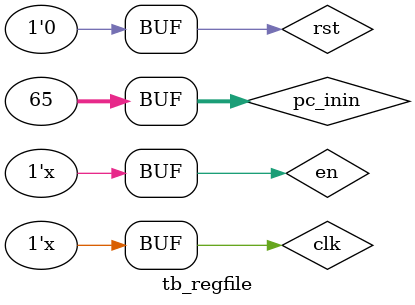
<source format=v>
`timescale 1ns / 1ps


module tb_regfile();
    
    reg         clk, rst, en;
    reg[31:0]   pc_inin;
    wire[31:0]  pc_out, pc_in;
    
    regfile     REGFILE
    (
        .clk(clk),
        .rst(rst),
        .en(en),
        .data_in(pc_out),
        .data_out(pc_in)
    );
    
    program_counter PCTESTCOBA //Program Counter
    (
        .clk(clk),
        .rst(rst),
        .pc_in(pc_inin),
        .pc_out(pc_out)
    );
    
    initial
    begin
       clk = 1'd0;
       rst = 1'd1;
       en = 1'd0;
       pc_inin = 32'd0;
      
    end
    
    
    always
        #2 clk = !clk;
    
    always
        #10 en = !en;
    
    initial
    begin
        #5 pc_inin = 32'd5;
        #5 rst = 1'd0;
        #5 pc_inin = 32'd15;
        #5 pc_inin = 32'd25;
        #5 pc_inin = 32'd35;
        #5 pc_inin = 32'd45;
        #5 pc_inin = 32'd55;
        #5 pc_inin = 32'd65;
        #5 pc_inin = 32'd15;
        #5 pc_inin = 32'd25;
        #5 rst = 1'd1; pc_inin = 32'd65;
        #5 pc_inin = 32'd35; rst = 1'd0;
        #5 pc_inin = 32'd45;
        #5 pc_inin = 32'd55;
        #5 pc_inin = 32'd65;
        
        
    end
    
endmodule

</source>
